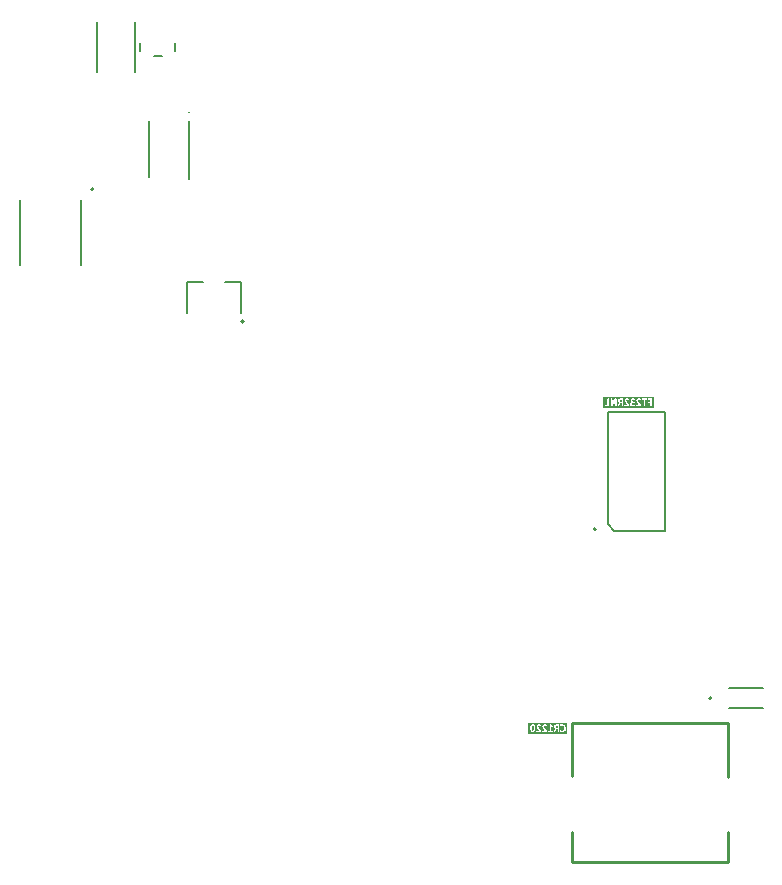
<source format=gbr>
%TF.GenerationSoftware,Altium Limited,Altium Designer,22.7.1 (60)*%
G04 Layer_Color=32896*
%FSLAX45Y45*%
%MOMM*%
%TF.SameCoordinates,C4916FE7-F214-4651-8B13-81D0A890374D*%
%TF.FilePolarity,Positive*%
%TF.FileFunction,Legend,Bot*%
%TF.Part,Single*%
G01*
G75*
%TA.AperFunction,NonConductor*%
%ADD74C,0.20000*%
%ADD75C,0.15000*%
%ADD76C,0.25400*%
%ADD77C,0.12700*%
G36*
X5520001Y3910000D02*
X5092739D01*
Y4004268D01*
X5520001D01*
Y3910000D01*
D02*
G37*
G36*
X4790000Y1150000D02*
X4459862D01*
Y1244268D01*
X4790000D01*
Y1150000D01*
D02*
G37*
%LPC*%
G36*
X5505001Y3988158D02*
Y3984495D01*
X5504890Y3984828D01*
Y3985383D01*
X5504557Y3986271D01*
X5504335Y3986826D01*
X5504002Y3987159D01*
X5503780Y3987270D01*
X5503225Y3987714D01*
X5502448Y3988047D01*
X5501338Y3988158D01*
X5471813D01*
X5471480Y3988047D01*
X5471258Y3987825D01*
X5471147D01*
X5471036Y3987603D01*
X5470925Y3987381D01*
X5470703Y3986937D01*
Y3986826D01*
X5470592Y3986493D01*
X5470481Y3986049D01*
X5470370Y3985383D01*
Y3985161D01*
X5470259Y3984717D01*
X5470148Y3983940D01*
Y3988158D01*
Y3925777D01*
X5505001D01*
X5499784D01*
X5500783Y3925888D01*
X5501782Y3925999D01*
X5502004D01*
X5502448Y3926110D01*
X5503114Y3926221D01*
X5503780Y3926332D01*
X5503891D01*
X5504113Y3926443D01*
X5504446Y3926665D01*
X5504779Y3926887D01*
Y3926998D01*
X5504890Y3927220D01*
X5505001Y3927886D01*
Y3988158D01*
D02*
G37*
G36*
X5344165Y3989268D02*
X5322631D01*
X5342611D01*
X5341501Y3989157D01*
X5340280Y3989046D01*
X5338948Y3988824D01*
X5336284Y3988158D01*
X5336173D01*
X5335729Y3987936D01*
X5335063Y3987714D01*
X5334175Y3987381D01*
X5332288Y3986493D01*
X5331289Y3985827D01*
X5330401Y3985161D01*
X5330290Y3985050D01*
X5329957Y3984828D01*
X5329513Y3984384D01*
X5329069Y3983829D01*
X5328403Y3983052D01*
X5327848Y3982164D01*
X5327293Y3981276D01*
X5326738Y3980166D01*
X5326627Y3980055D01*
X5326516Y3979611D01*
X5326294Y3979056D01*
X5326072Y3978279D01*
X5325850Y3977280D01*
X5325739Y3976281D01*
X5325517Y3975060D01*
Y3973728D01*
Y3973617D01*
Y3973284D01*
Y3972729D01*
X5325628Y3971952D01*
X5325739Y3971175D01*
X5325850Y3970287D01*
X5326294Y3968400D01*
Y3968289D01*
X5326405Y3967956D01*
X5326627Y3967512D01*
X5326849Y3966957D01*
X5327515Y3965514D01*
X5328403Y3963960D01*
X5328514Y3963849D01*
X5328625Y3963627D01*
X5328958Y3963294D01*
X5329402Y3962850D01*
X5330512Y3961851D01*
X5331955Y3960741D01*
X5332066D01*
X5332288Y3960519D01*
X5332732Y3960297D01*
X5333287Y3959964D01*
X5333953Y3959631D01*
X5334841Y3959298D01*
X5336728Y3958743D01*
Y3958632D01*
X5336617D01*
X5336173Y3958521D01*
X5335507Y3958410D01*
X5334730Y3958299D01*
X5333842Y3958077D01*
X5332843Y3957744D01*
X5330845Y3956967D01*
X5330734D01*
X5330401Y3956745D01*
X5329957Y3956523D01*
X5329291Y3956079D01*
X5327848Y3955080D01*
X5326405Y3953749D01*
X5326294Y3953638D01*
X5326072Y3953416D01*
X5325739Y3952972D01*
X5325406Y3952528D01*
X5324962Y3951862D01*
X5324518Y3951085D01*
X5323630Y3949420D01*
Y3949309D01*
X5323519Y3948976D01*
X5323297Y3948532D01*
X5323075Y3947866D01*
X5322964Y3947089D01*
X5322742Y3946201D01*
X5322631Y3944203D01*
Y3944980D01*
Y3944203D01*
Y3925000D01*
Y3943426D01*
X5322742Y3942538D01*
X5322853Y3941428D01*
X5323075Y3940207D01*
X5323408Y3938764D01*
X5323852Y3937321D01*
X5324407Y3935989D01*
X5324518Y3935878D01*
X5324740Y3935434D01*
X5325184Y3934768D01*
X5325739Y3933880D01*
X5326405Y3932992D01*
X5327293Y3931882D01*
X5328292Y3930883D01*
X5329402Y3929884D01*
X5329513Y3929773D01*
X5329957Y3929440D01*
X5330623Y3928996D01*
X5331511Y3928552D01*
X5332732Y3927886D01*
X5333953Y3927331D01*
X5335507Y3926776D01*
X5337061Y3926221D01*
X5337283D01*
X5337838Y3925999D01*
X5338726Y3925888D01*
X5339836Y3925666D01*
X5341279Y3925444D01*
X5342944Y3925222D01*
X5344720Y3925111D01*
X5346607Y3925000D01*
X5322631D01*
X5347717D01*
X5348605Y3925111D01*
X5349493D01*
X5350492Y3925222D01*
X5352601Y3925555D01*
X5352712D01*
X5353045Y3925666D01*
X5353600Y3925777D01*
X5354266Y3925888D01*
X5355820Y3926221D01*
X5357485Y3926554D01*
X5357596D01*
X5357818Y3926665D01*
X5358262Y3926776D01*
X5358706Y3926998D01*
X5359816Y3927442D01*
X5361037Y3927997D01*
X5361259Y3928108D01*
X5361703Y3928441D01*
X5362369Y3928774D01*
X5362813Y3929107D01*
X5362924Y3929218D01*
X5363035Y3929329D01*
X5363479Y3929884D01*
Y3929995D01*
X5363590Y3930217D01*
X5363701Y3930661D01*
X5363923Y3931105D01*
Y3931216D01*
X5364034Y3931549D01*
Y3931993D01*
X5364145Y3932659D01*
Y3925888D01*
Y3936433D01*
X5364034Y3937432D01*
X5363923Y3937876D01*
X5363812Y3938320D01*
X5363701Y3938431D01*
X5363590Y3938764D01*
X5363146Y3939097D01*
X5362702Y3939208D01*
X5362591D01*
X5362258Y3939097D01*
X5361814Y3938986D01*
X5361037Y3938542D01*
X5360926D01*
X5360815Y3938431D01*
X5360149Y3938098D01*
X5359261Y3937654D01*
X5358040Y3937099D01*
X5357929D01*
X5357707Y3936988D01*
X5357263Y3936877D01*
X5356819Y3936655D01*
X5356153Y3936433D01*
X5355376Y3936211D01*
X5353711Y3935656D01*
X5353600D01*
X5353267Y3935545D01*
X5352823Y3935434D01*
X5352046D01*
X5351269Y3935323D01*
X5350381Y3935212D01*
X5348161Y3935101D01*
X5347162D01*
X5346607Y3935212D01*
X5345053Y3935323D01*
X5343499Y3935656D01*
X5343388D01*
X5343166Y3935767D01*
X5342833Y3935878D01*
X5342278Y3936100D01*
X5341168Y3936655D01*
X5340058Y3937432D01*
X5339947D01*
X5339836Y3937654D01*
X5339281Y3938209D01*
X5338504Y3938986D01*
X5337949Y3940096D01*
Y3940207D01*
X5337838Y3940429D01*
X5337727Y3940762D01*
X5337505Y3941206D01*
X5337283Y3942316D01*
X5337172Y3943759D01*
Y3943870D01*
Y3944092D01*
Y3944536D01*
X5337283Y3944980D01*
X5337505Y3946201D01*
X5338060Y3947533D01*
Y3947644D01*
X5338171Y3947866D01*
X5338393Y3948199D01*
X5338726Y3948532D01*
X5339503Y3949531D01*
X5340613Y3950530D01*
X5340724Y3950641D01*
X5340946Y3950752D01*
X5341279Y3950974D01*
X5341723Y3951196D01*
X5342389Y3951529D01*
X5343055Y3951862D01*
X5344831Y3952417D01*
X5344942D01*
X5345275Y3952528D01*
X5345830Y3952639D01*
X5346496Y3952861D01*
X5347384Y3952972D01*
X5348383Y3953083D01*
X5349493Y3953194D01*
X5356486D01*
X5357152Y3953305D01*
X5357263D01*
X5357374Y3953527D01*
X5357929Y3953971D01*
Y3954081D01*
X5358040Y3954414D01*
X5358151Y3954858D01*
X5358262Y3955413D01*
Y3955635D01*
Y3956079D01*
X5358373Y3956856D01*
Y3957855D01*
Y3957966D01*
Y3958077D01*
Y3958632D01*
Y3959409D01*
X5358262Y3960075D01*
Y3960186D01*
X5358151Y3960630D01*
X5358040Y3960963D01*
X5357929Y3961407D01*
Y3961518D01*
X5357707Y3961740D01*
X5357596Y3961962D01*
X5357263Y3962184D01*
X5357152D01*
X5356930Y3962295D01*
X5356264Y3962406D01*
X5349826D01*
X5349160Y3962517D01*
X5347606Y3962628D01*
X5345941Y3962961D01*
X5345830D01*
X5345608Y3963072D01*
X5345164Y3963294D01*
X5344720Y3963405D01*
X5343499Y3964071D01*
X5342389Y3964848D01*
X5342278Y3964959D01*
X5342167Y3965070D01*
X5341501Y3965625D01*
X5340724Y3966624D01*
X5340058Y3967734D01*
Y3967845D01*
X5339947Y3968067D01*
X5339836Y3968400D01*
X5339614Y3968844D01*
X5339392Y3970065D01*
X5339281Y3971508D01*
Y3971619D01*
Y3971841D01*
X5339392Y3972507D01*
X5339503Y3973506D01*
X5339836Y3974505D01*
Y3974616D01*
X5339947Y3974727D01*
X5340280Y3975393D01*
X5340724Y3976170D01*
X5341390Y3976947D01*
X5341612Y3977169D01*
X5342056Y3977613D01*
X5342944Y3978168D01*
X5344054Y3978612D01*
X5344165D01*
X5344387Y3978723D01*
X5344720Y3978834D01*
X5345164Y3978945D01*
X5346385Y3979167D01*
X5347828Y3979278D01*
X5348716D01*
X5349382Y3979167D01*
X5350936Y3978945D01*
X5352601Y3978501D01*
X5352712D01*
X5352934Y3978390D01*
X5353378Y3978168D01*
X5353822Y3978057D01*
X5355154Y3977502D01*
X5356486Y3976836D01*
X5356597D01*
X5356819Y3976725D01*
X5357152Y3976503D01*
X5357485Y3976281D01*
X5358484Y3975726D01*
X5359483Y3975171D01*
X5359705Y3975060D01*
X5360149Y3974838D01*
X5360704Y3974616D01*
X5361259Y3974505D01*
X5361481D01*
X5361925Y3974616D01*
X5362036Y3974838D01*
X5362369Y3975282D01*
Y3975393D01*
X5362480Y3975615D01*
X5362591Y3976059D01*
X5362702Y3976614D01*
Y3976836D01*
Y3977280D01*
Y3978057D01*
Y3979056D01*
Y3979167D01*
Y3979278D01*
Y3979722D01*
Y3980388D01*
Y3981054D01*
Y3981165D01*
Y3981498D01*
Y3981942D01*
X5362591Y3982275D01*
Y3982386D01*
X5362480Y3982608D01*
X5362147Y3983163D01*
Y3983274D01*
X5361925Y3983496D01*
X5361481Y3984051D01*
X5361370Y3984162D01*
X5361037Y3984495D01*
X5360482Y3984939D01*
X5359594Y3985494D01*
X5359483D01*
X5359261Y3985605D01*
X5358928Y3985827D01*
X5358484Y3986049D01*
X5357374Y3986604D01*
X5355820Y3987159D01*
X5355709D01*
X5355376Y3987270D01*
X5354932Y3987492D01*
X5354266Y3987714D01*
X5353489Y3987936D01*
X5352601Y3988158D01*
X5350603Y3988602D01*
X5350492D01*
X5350048Y3988713D01*
X5349493Y3988824D01*
X5348716Y3988935D01*
X5347717Y3989046D01*
X5346607Y3989157D01*
X5344165Y3989268D01*
D02*
G37*
G36*
X5413872D02*
X5393226D01*
X5392227Y3989157D01*
X5391117D01*
X5389785Y3988935D01*
X5388342Y3988713D01*
X5386899Y3988380D01*
X5385567Y3987936D01*
X5385456D01*
X5384901Y3987714D01*
X5384235Y3987381D01*
X5383458Y3987048D01*
X5381460Y3985938D01*
X5380461Y3985272D01*
X5379573Y3984495D01*
X5379462Y3984384D01*
X5379129Y3984162D01*
X5378685Y3983718D01*
X5378241Y3983052D01*
X5377575Y3982275D01*
X5377020Y3981498D01*
X5376465Y3980499D01*
X5375911Y3979389D01*
X5375800Y3979278D01*
X5375689Y3978834D01*
X5375467Y3978279D01*
X5375245Y3977502D01*
X5375023Y3976503D01*
X5374912Y3975393D01*
X5374690Y3974172D01*
Y3972951D01*
Y3972840D01*
Y3972396D01*
Y3971841D01*
X5374801Y3971064D01*
Y3970176D01*
X5374912Y3969177D01*
X5375356Y3966957D01*
Y3966846D01*
X5375467Y3966402D01*
X5375578Y3965847D01*
X5375911Y3965070D01*
X5376244Y3964182D01*
X5376576Y3963072D01*
X5377131Y3961851D01*
X5377797Y3960630D01*
X5377908Y3960519D01*
X5378130Y3960075D01*
X5378574Y3959409D01*
X5379129Y3958410D01*
X5379795Y3957300D01*
X5380683Y3956079D01*
X5381682Y3954747D01*
X5382903Y3953194D01*
X5383014Y3952972D01*
X5383458Y3952528D01*
X5384235Y3951640D01*
X5385234Y3950530D01*
X5386455Y3949087D01*
X5388009Y3947533D01*
X5389785Y3945646D01*
X5391672Y3943759D01*
X5398887Y3936322D01*
X5374135D01*
X5373913Y3936211D01*
X5373580Y3935989D01*
X5373469Y3935878D01*
X5373358Y3935767D01*
X5372914Y3935101D01*
X5372803Y3934990D01*
X5372692Y3934657D01*
X5372581Y3934213D01*
X5372470Y3933547D01*
Y3933325D01*
X5372359Y3932881D01*
X5372248Y3932104D01*
Y3926110D01*
Y3930328D01*
X5372359Y3929551D01*
X5372470Y3928774D01*
Y3928663D01*
X5372581Y3928219D01*
X5372692Y3927664D01*
X5372803Y3927109D01*
Y3926998D01*
X5372914Y3926776D01*
X5373136Y3926554D01*
X5373469Y3926332D01*
X5373691Y3926221D01*
X5374246Y3926110D01*
X5372248D01*
X5411208D01*
X5411763Y3926221D01*
X5411874D01*
X5412207Y3926443D01*
X5412651Y3926665D01*
X5413095Y3926998D01*
X5413206Y3927109D01*
X5413317Y3927442D01*
X5413539Y3927886D01*
X5413761Y3928552D01*
Y3928774D01*
Y3929329D01*
X5413872Y3930217D01*
Y3926554D01*
Y3933103D01*
X5413761Y3933991D01*
Y3934102D01*
Y3934213D01*
X5413650Y3934768D01*
X5413539Y3935434D01*
X5413317Y3936100D01*
X5413206Y3936211D01*
X5412984Y3936655D01*
X5412651Y3937210D01*
X5412318Y3937765D01*
X5412207Y3937876D01*
X5411874Y3938320D01*
X5411319Y3938986D01*
X5410653Y3939652D01*
X5399886Y3951196D01*
X5399775Y3951307D01*
X5399331Y3951751D01*
X5398776Y3952417D01*
X5397999Y3953194D01*
X5397222Y3954192D01*
X5396334Y3955191D01*
X5395557Y3956190D01*
X5394780Y3957300D01*
X5394669Y3957411D01*
X5394447Y3957744D01*
X5394114Y3958299D01*
X5393670Y3958965D01*
X5392671Y3960630D01*
X5391672Y3962295D01*
Y3962406D01*
X5391450Y3962739D01*
X5391339Y3963183D01*
X5391006Y3963738D01*
X5390562Y3965070D01*
X5390118Y3966513D01*
Y3966624D01*
X5390007Y3966846D01*
Y3967179D01*
X5389896Y3967734D01*
X5389785Y3968844D01*
X5389674Y3970176D01*
Y3970287D01*
Y3970398D01*
X5389785Y3971175D01*
X5389896Y3972063D01*
X5390229Y3973173D01*
Y3973284D01*
X5390340Y3973395D01*
X5390673Y3974061D01*
X5391117Y3974838D01*
X5391783Y3975615D01*
X5391894Y3975837D01*
X5392449Y3976281D01*
X5393226Y3976836D01*
X5394225Y3977280D01*
X5394336D01*
X5394447Y3977391D01*
X5394780Y3977502D01*
X5395224Y3977613D01*
X5396334Y3977835D01*
X5397777Y3977946D01*
X5398776D01*
X5399442Y3977835D01*
X5400996Y3977613D01*
X5402772Y3977169D01*
X5402883D01*
X5403105Y3977058D01*
X5403549Y3976947D01*
X5404104Y3976725D01*
X5405325Y3976281D01*
X5406657Y3975615D01*
X5406768D01*
X5406879Y3975504D01*
X5407656Y3975060D01*
X5408544Y3974505D01*
X5409432Y3973950D01*
X5409654Y3973839D01*
X5410098Y3973617D01*
X5410653Y3973395D01*
X5411097Y3973284D01*
X5411319D01*
X5411874Y3973506D01*
Y3973617D01*
X5412096Y3973728D01*
X5412207Y3974061D01*
X5412429Y3974505D01*
Y3974616D01*
X5412540Y3974949D01*
Y3975504D01*
X5412651Y3976281D01*
Y3976503D01*
Y3977058D01*
X5412762Y3977946D01*
Y3979056D01*
Y3979278D01*
Y3979722D01*
Y3980277D01*
Y3980832D01*
Y3980943D01*
X5412651Y3981276D01*
X5412540Y3982164D01*
Y3982275D01*
X5412429Y3982497D01*
X5412207Y3983052D01*
X5412096Y3983163D01*
X5411985Y3983385D01*
X5411319Y3984051D01*
X5411208Y3984162D01*
X5410764Y3984495D01*
X5410098Y3984939D01*
X5409099Y3985494D01*
X5408988D01*
X5408766Y3985605D01*
X5408433Y3985827D01*
X5407989Y3986049D01*
X5406657Y3986604D01*
X5405103Y3987159D01*
X5404992D01*
X5404659Y3987270D01*
X5404215Y3987492D01*
X5403549Y3987714D01*
X5402883Y3987936D01*
X5401995Y3988158D01*
X5399997Y3988602D01*
X5399886D01*
X5399442Y3988713D01*
X5398887Y3988824D01*
X5398110Y3988935D01*
X5397222Y3989046D01*
X5396223Y3989157D01*
X5394003Y3989268D01*
X5413872D01*
D02*
G37*
G36*
X5294327D02*
X5293550D01*
X5292551Y3989157D01*
X5291441D01*
X5290109Y3988935D01*
X5288666Y3988713D01*
X5287223Y3988380D01*
X5285891Y3987936D01*
X5285780D01*
X5285225Y3987714D01*
X5284559Y3987381D01*
X5283782Y3987048D01*
X5281784Y3985938D01*
X5280785Y3985272D01*
X5279897Y3984495D01*
X5279786Y3984384D01*
X5279453Y3984162D01*
X5279009Y3983718D01*
X5278565Y3983052D01*
X5277899Y3982275D01*
X5277344Y3981498D01*
X5276789Y3980499D01*
X5276234Y3979389D01*
X5276123Y3979278D01*
X5276012Y3978834D01*
X5275790Y3978279D01*
X5275568Y3977502D01*
X5275346Y3976503D01*
X5275235Y3975393D01*
X5275013Y3974172D01*
Y3972951D01*
Y3972840D01*
Y3972396D01*
Y3971841D01*
X5275124Y3971064D01*
Y3970176D01*
X5275235Y3969177D01*
X5275679Y3966957D01*
Y3966846D01*
X5275790Y3966402D01*
X5275901Y3965847D01*
X5276234Y3965070D01*
X5276567Y3964182D01*
X5276900Y3963072D01*
X5277455Y3961851D01*
X5278121Y3960630D01*
X5278232Y3960519D01*
X5278454Y3960075D01*
X5278898Y3959409D01*
X5279453Y3958410D01*
X5280119Y3957300D01*
X5281007Y3956079D01*
X5282006Y3954747D01*
X5283227Y3953194D01*
X5283338Y3952972D01*
X5283782Y3952528D01*
X5284559Y3951640D01*
X5285558Y3950530D01*
X5286779Y3949087D01*
X5288333Y3947533D01*
X5290109Y3945646D01*
X5291996Y3943759D01*
X5299211Y3936322D01*
X5274458D01*
X5274236Y3936211D01*
X5273903Y3935989D01*
X5273792Y3935878D01*
X5273681Y3935767D01*
X5273237Y3935101D01*
X5273126Y3934990D01*
X5273015Y3934657D01*
X5272904Y3934213D01*
X5272793Y3933547D01*
Y3933325D01*
X5272682Y3932881D01*
X5272571Y3932104D01*
Y3926110D01*
Y3930328D01*
X5272682Y3929551D01*
X5272793Y3928774D01*
Y3928663D01*
X5272904Y3928219D01*
X5273015Y3927664D01*
X5273126Y3927109D01*
Y3926998D01*
X5273237Y3926776D01*
X5273459Y3926554D01*
X5273792Y3926332D01*
X5274014Y3926221D01*
X5274569Y3926110D01*
X5272571D01*
X5314196D01*
Y3933103D01*
X5314085Y3933991D01*
Y3934102D01*
Y3934213D01*
X5313974Y3934768D01*
X5313863Y3935434D01*
X5313641Y3936100D01*
X5313530Y3936211D01*
X5313308Y3936655D01*
X5312975Y3937210D01*
X5312642Y3937765D01*
X5312531Y3937876D01*
X5312198Y3938320D01*
X5311643Y3938986D01*
X5310977Y3939652D01*
X5300210Y3951196D01*
X5300099Y3951307D01*
X5299655Y3951751D01*
X5299100Y3952417D01*
X5298323Y3953194D01*
X5297546Y3954192D01*
X5296658Y3955191D01*
X5295881Y3956190D01*
X5295104Y3957300D01*
X5294993Y3957411D01*
X5294771Y3957744D01*
X5294438Y3958299D01*
X5293994Y3958965D01*
X5292995Y3960630D01*
X5291996Y3962295D01*
Y3962406D01*
X5291774Y3962739D01*
X5291663Y3963183D01*
X5291330Y3963738D01*
X5290886Y3965070D01*
X5290442Y3966513D01*
Y3966624D01*
X5290331Y3966846D01*
Y3967179D01*
X5290220Y3967734D01*
X5290109Y3968844D01*
X5289998Y3970176D01*
Y3970287D01*
Y3970398D01*
X5290109Y3971175D01*
X5290220Y3972063D01*
X5290553Y3973173D01*
Y3973284D01*
X5290664Y3973395D01*
X5290997Y3974061D01*
X5291441Y3974838D01*
X5292107Y3975615D01*
X5292218Y3975837D01*
X5292773Y3976281D01*
X5293550Y3976836D01*
X5294549Y3977280D01*
X5294660D01*
X5294771Y3977391D01*
X5295104Y3977502D01*
X5295548Y3977613D01*
X5296658Y3977835D01*
X5298101Y3977946D01*
X5299100D01*
X5299766Y3977835D01*
X5301320Y3977613D01*
X5303096Y3977169D01*
X5303207D01*
X5303429Y3977058D01*
X5303873Y3976947D01*
X5304428Y3976725D01*
X5305649Y3976281D01*
X5306981Y3975615D01*
X5307092D01*
X5307203Y3975504D01*
X5307980Y3975060D01*
X5308868Y3974505D01*
X5309756Y3973950D01*
X5309978Y3973839D01*
X5310422Y3973617D01*
X5310977Y3973395D01*
X5311421Y3973284D01*
X5311643D01*
X5312198Y3973506D01*
Y3973617D01*
X5312420Y3973728D01*
X5312531Y3974061D01*
X5312753Y3974505D01*
Y3974616D01*
X5312864Y3974949D01*
Y3975504D01*
X5312975Y3976281D01*
Y3976503D01*
Y3977058D01*
X5313086Y3977946D01*
Y3979056D01*
Y3979278D01*
Y3979722D01*
Y3980277D01*
Y3980832D01*
Y3980943D01*
X5312975Y3981276D01*
X5312864Y3982164D01*
Y3982275D01*
X5312753Y3982497D01*
X5312531Y3983052D01*
X5312420Y3983163D01*
X5312309Y3983385D01*
X5311643Y3984051D01*
X5311532Y3984162D01*
X5311088Y3984495D01*
X5310422Y3984939D01*
X5309423Y3985494D01*
X5309312D01*
X5309090Y3985605D01*
X5308757Y3985827D01*
X5308313Y3986049D01*
X5306981Y3986604D01*
X5305427Y3987159D01*
X5305316D01*
X5304983Y3987270D01*
X5304539Y3987492D01*
X5303873Y3987714D01*
X5303207Y3987936D01*
X5302319Y3988158D01*
X5300321Y3988602D01*
X5300210D01*
X5299766Y3988713D01*
X5299211Y3988824D01*
X5298434Y3988935D01*
X5297546Y3989046D01*
X5296547Y3989157D01*
X5294327Y3989268D01*
D02*
G37*
G36*
X5258142Y3988158D02*
X5239272D01*
X5238051Y3988047D01*
X5237718D01*
X5237052Y3987936D01*
X5236164Y3987825D01*
X5235165Y3987714D01*
X5234943D01*
X5234499Y3987603D01*
X5233833Y3987492D01*
X5232945Y3987381D01*
X5231835Y3987048D01*
X5230725Y3986826D01*
X5228394Y3985938D01*
X5228283Y3985827D01*
X5227839Y3985716D01*
X5227284Y3985383D01*
X5226618Y3985050D01*
X5224953Y3983940D01*
X5223288Y3982497D01*
X5223177Y3982386D01*
X5222955Y3982164D01*
X5222511Y3981720D01*
X5222067Y3981165D01*
X5221623Y3980388D01*
X5221068Y3979611D01*
X5220069Y3977613D01*
Y3977502D01*
X5219847Y3977058D01*
X5219736Y3976503D01*
X5219514Y3975726D01*
X5219292Y3974727D01*
X5219181Y3973617D01*
X5218959Y3972396D01*
Y3971064D01*
Y3970953D01*
Y3970509D01*
Y3969954D01*
X5219070Y3969177D01*
X5219181Y3968289D01*
X5219292Y3967290D01*
X5219847Y3965292D01*
Y3965181D01*
X5219958Y3964848D01*
X5220180Y3964404D01*
X5220402Y3963738D01*
X5221179Y3962295D01*
X5222178Y3960741D01*
X5222289Y3960630D01*
X5222400Y3960408D01*
X5222733Y3960075D01*
X5223177Y3959520D01*
X5224398Y3958410D01*
X5225952Y3957189D01*
X5226063Y3957078D01*
X5226285Y3956967D01*
X5226840Y3956634D01*
X5227395Y3956412D01*
X5228172Y3955968D01*
X5229060Y3955635D01*
X5231058Y3954858D01*
X5230947D01*
X5230836Y3954747D01*
X5230170Y3954414D01*
X5229282Y3953860D01*
X5228394Y3953194D01*
X5228283D01*
X5228172Y3953083D01*
X5227617Y3952528D01*
X5226951Y3951862D01*
X5226174Y3950863D01*
Y3950752D01*
X5225952Y3950641D01*
X5225508Y3949975D01*
X5224842Y3948976D01*
X5224176Y3947755D01*
Y3947644D01*
X5223954Y3947422D01*
X5223843Y3947089D01*
X5223510Y3946645D01*
X5222955Y3945424D01*
X5222178Y3943870D01*
X5216961Y3931660D01*
Y3931549D01*
X5216850Y3931327D01*
X5216628Y3930661D01*
X5216295Y3929662D01*
X5216073Y3928885D01*
X5215962Y3928774D01*
X5215851Y3928441D01*
X5215740Y3927997D01*
Y3988158D01*
Y3925777D01*
X5261805D01*
X5256588D01*
X5257587Y3925888D01*
X5258586Y3925999D01*
X5258808D01*
X5259252Y3926110D01*
X5259918D01*
X5260584Y3926221D01*
X5260695D01*
X5260917Y3926332D01*
X5261250Y3926554D01*
X5261583Y3926776D01*
Y3926887D01*
X5261694Y3927109D01*
X5261805Y3927775D01*
Y3984495D01*
D01*
X5261694Y3984828D01*
Y3985383D01*
X5261361Y3986271D01*
X5261139Y3986826D01*
X5260806Y3987159D01*
X5260584Y3987270D01*
X5260029Y3987714D01*
X5259252Y3988047D01*
X5258142Y3988158D01*
D02*
G37*
G36*
X5136821Y3988491D02*
X5134490D01*
X5133491Y3988380D01*
X5132492Y3988269D01*
X5132270D01*
X5131826Y3988158D01*
X5131160Y3988047D01*
X5130605Y3987936D01*
X5130494D01*
X5130161Y3987825D01*
X5129828Y3987603D01*
X5129495Y3987270D01*
X5129384Y3987159D01*
X5129273Y3987048D01*
X5129162Y3986715D01*
Y3986382D01*
Y3936544D01*
X5109404D01*
X5109071Y3936433D01*
X5108849Y3936211D01*
X5108738D01*
X5108627Y3935989D01*
X5108516Y3935767D01*
X5108294Y3935323D01*
Y3935212D01*
X5108183Y3934879D01*
X5108072Y3934435D01*
X5107961Y3933769D01*
Y3933547D01*
X5107850Y3933103D01*
X5107739Y3932326D01*
Y3930439D01*
X5107850Y3929662D01*
X5107961Y3928885D01*
Y3928774D01*
X5108072Y3928330D01*
X5108183Y3927775D01*
X5108294Y3927220D01*
Y3927109D01*
X5108405Y3926887D01*
X5108849Y3926332D01*
X5108960D01*
X5109071Y3926221D01*
X5109737Y3926110D01*
X5107739D01*
D01*
X5141816D01*
Y3986826D01*
Y3986715D01*
X5141594Y3987270D01*
X5141483Y3987381D01*
X5141372Y3987492D01*
X5141039Y3987714D01*
X5140595Y3987936D01*
X5140484D01*
X5140040Y3988047D01*
X5139374Y3988158D01*
X5138597Y3988269D01*
X5138375D01*
X5137709Y3988380D01*
X5136821Y3988491D01*
D02*
G37*
G36*
X5466152Y3988158D02*
X5418645D01*
Y3925777D01*
Y3982053D01*
X5418756Y3981276D01*
X5418867Y3980499D01*
Y3980388D01*
X5418978Y3979944D01*
X5419089Y3979500D01*
X5419200Y3978945D01*
Y3978834D01*
X5419311Y3978612D01*
X5419755Y3978057D01*
X5419977Y3977946D01*
X5420532Y3977835D01*
X5436071D01*
Y3927775D01*
Y3927664D01*
Y3927442D01*
X5436182Y3927109D01*
X5436404Y3926776D01*
X5436515D01*
X5436626Y3926554D01*
X5436959Y3926443D01*
X5437514Y3926221D01*
X5437625D01*
X5437958Y3926110D01*
X5438624D01*
X5439401Y3925999D01*
X5439623D01*
X5440178Y3925888D01*
X5441177Y3925777D01*
X5443508D01*
X5444507Y3925888D01*
X5445506Y3925999D01*
X5445728D01*
X5446172Y3926110D01*
X5446838D01*
X5447504Y3926221D01*
X5447615D01*
X5447837Y3926332D01*
X5448170Y3926554D01*
X5448503Y3926776D01*
Y3926887D01*
X5448614Y3927109D01*
X5448725Y3927775D01*
Y3977835D01*
X5464598D01*
X5465153Y3978057D01*
Y3978168D01*
X5465375Y3978279D01*
X5465708Y3978945D01*
Y3979056D01*
X5465819Y3979389D01*
X5465930Y3979833D01*
X5466041Y3980499D01*
Y3980721D01*
Y3981165D01*
X5466152Y3981942D01*
Y3984606D01*
X5466041Y3985383D01*
Y3985605D01*
X5465930Y3985938D01*
X5465819Y3986493D01*
X5465708Y3986937D01*
Y3987048D01*
X5465597Y3987270D01*
X5465375Y3987603D01*
X5465153Y3987825D01*
X5465042Y3987936D01*
X5464931Y3988047D01*
X5464709Y3988158D01*
X5466152D01*
D02*
G37*
G36*
X5206528Y3988380D02*
X5159908D01*
X5159131Y3988269D01*
X5158243Y3988158D01*
X5158021D01*
X5157577Y3988047D01*
X5157022Y3987936D01*
X5156578Y3987714D01*
X5156467D01*
X5156245Y3987603D01*
X5155912Y3987381D01*
X5155690Y3987048D01*
X5155579D01*
X5155468Y3986826D01*
X5155357Y3986604D01*
Y3925777D01*
Y3929773D01*
X5155579Y3929107D01*
X5155801Y3928441D01*
X5155912Y3928330D01*
X5156023Y3927997D01*
X5156356Y3927553D01*
X5156800Y3926998D01*
X5156911Y3926887D01*
X5157244Y3926665D01*
X5157688Y3926443D01*
X5158354Y3926221D01*
X5158465D01*
X5158909Y3926110D01*
X5159464Y3925999D01*
X5166457D01*
X5167456Y3926110D01*
X5168455Y3926332D01*
X5168677Y3926443D01*
X5169232Y3926554D01*
X5169898Y3926998D01*
X5170675Y3927442D01*
X5170897Y3927664D01*
X5171341Y3928108D01*
X5171896Y3928885D01*
X5172673Y3929884D01*
Y3929995D01*
X5172784Y3930217D01*
X5173006Y3930550D01*
X5173228Y3930994D01*
X5173894Y3932215D01*
X5174782Y3933769D01*
X5190322Y3962850D01*
X5190433Y3962961D01*
X5190544Y3963294D01*
X5190766Y3963849D01*
X5191210Y3964515D01*
X5191543Y3965292D01*
X5192098Y3966291D01*
X5193097Y3968400D01*
X5193208Y3968511D01*
X5193319Y3968955D01*
X5193541Y3969510D01*
X5193874Y3970287D01*
X5194318Y3971175D01*
X5194651Y3972174D01*
X5195539Y3974283D01*
X5195650D01*
Y3974172D01*
Y3973728D01*
X5195539Y3972951D01*
Y3972063D01*
X5195428Y3971064D01*
Y3969843D01*
X5195317Y3967290D01*
Y3967179D01*
Y3966735D01*
Y3966069D01*
X5195206Y3965181D01*
Y3964071D01*
Y3962961D01*
Y3960297D01*
Y3927775D01*
Y3927664D01*
Y3927553D01*
X5195317Y3927220D01*
X5195539Y3926887D01*
X5195761Y3926665D01*
X5195983Y3926554D01*
X5196427Y3926332D01*
X5196538D01*
X5196871Y3926221D01*
X5197426Y3926110D01*
X5198203Y3925999D01*
X5198425D01*
X5198980Y3925888D01*
X5199868Y3925777D01*
X5155357D01*
X5206528D01*
X5201977D01*
X5202865Y3925888D01*
X5203753Y3925999D01*
X5203975D01*
X5204419Y3926110D01*
X5204974Y3926221D01*
X5205529Y3926332D01*
X5205640D01*
X5205862Y3926443D01*
X5206084Y3926665D01*
X5206306Y3926887D01*
Y3926998D01*
X5206417Y3927220D01*
X5206528Y3927775D01*
Y3983940D01*
X5206417Y3984384D01*
Y3984828D01*
X5205973Y3985938D01*
X5205751Y3986493D01*
X5205307Y3986937D01*
X5205196Y3987048D01*
X5205085Y3987159D01*
X5204419Y3987603D01*
X5203420Y3987936D01*
X5202754Y3988158D01*
X5194318D01*
X5193319Y3988047D01*
X5192320Y3987825D01*
X5192209D01*
X5192098Y3987714D01*
X5191543Y3987603D01*
X5190766Y3987270D01*
X5190100Y3986715D01*
X5189878Y3986604D01*
X5189434Y3986271D01*
X5188879Y3985605D01*
X5188213Y3984717D01*
X5188102Y3984495D01*
X5187658Y3983829D01*
X5187103Y3982941D01*
X5186437Y3981609D01*
X5174227Y3958965D01*
Y3958854D01*
X5174005Y3958632D01*
X5173894Y3958188D01*
X5173561Y3957633D01*
X5173006Y3956301D01*
X5172229Y3954858D01*
Y3954747D01*
X5172007Y3954525D01*
X5171785Y3954081D01*
X5171563Y3953638D01*
X5170897Y3952306D01*
X5170231Y3950863D01*
Y3950752D01*
X5170009Y3950530D01*
X5169898Y3950086D01*
X5169565Y3949642D01*
X5169010Y3948421D01*
X5168344Y3946978D01*
Y3946867D01*
X5168122Y3946645D01*
X5168011Y3946312D01*
X5167678Y3945757D01*
X5167123Y3944647D01*
X5166457Y3943204D01*
Y3943315D01*
Y3943759D01*
Y3944425D01*
X5166568Y3945313D01*
Y3946423D01*
Y3947533D01*
X5166679Y3950197D01*
Y3950419D01*
Y3950863D01*
Y3951529D01*
Y3952417D01*
Y3953527D01*
Y3954636D01*
Y3957078D01*
Y3986271D01*
Y3986382D01*
Y3986493D01*
X5166457Y3987048D01*
X5166346Y3987159D01*
X5166235Y3987270D01*
X5165902Y3987492D01*
X5165458Y3987714D01*
X5165347Y3987825D01*
X5165014Y3987936D01*
X5164459Y3988047D01*
X5163682Y3988158D01*
X5163460D01*
X5162905Y3988269D01*
X5162017Y3988380D01*
X5206528D01*
D02*
G37*
%LPD*%
G36*
X5470259Y3981276D02*
X5470370Y3980499D01*
Y3980388D01*
X5470481Y3979944D01*
X5470592Y3979389D01*
X5470703Y3978945D01*
Y3978834D01*
X5470814Y3978612D01*
X5471258Y3978057D01*
X5471480Y3977946D01*
X5472035Y3977835D01*
X5492347D01*
Y3961074D01*
X5473145D01*
X5472812Y3960963D01*
X5472590Y3960741D01*
X5472479D01*
X5472368Y3960519D01*
X5472257Y3960297D01*
X5472035Y3959964D01*
X5471924Y3959853D01*
X5471813Y3959520D01*
X5471702Y3959076D01*
X5471591Y3958410D01*
Y3958299D01*
X5471480Y3957744D01*
Y3957078D01*
Y3956079D01*
Y3955968D01*
Y3955857D01*
Y3955191D01*
Y3954414D01*
X5471591Y3953638D01*
Y3953527D01*
X5471702Y3953083D01*
X5471813Y3952528D01*
X5472035Y3951973D01*
Y3951862D01*
X5472146Y3951640D01*
X5472368Y3951418D01*
X5472590Y3951196D01*
X5472812Y3951085D01*
X5473367Y3950974D01*
X5492347D01*
Y3927775D01*
Y3927664D01*
Y3927553D01*
X5492458Y3927220D01*
X5492680Y3926887D01*
X5492791D01*
X5492902Y3926665D01*
X5493235Y3926554D01*
X5493790Y3926332D01*
X5493901D01*
X5494234Y3926221D01*
X5494900Y3926110D01*
X5495677Y3925999D01*
X5495899D01*
X5496454Y3925888D01*
X5497453Y3925777D01*
X5470148D01*
Y3982053D01*
X5470259Y3981276D01*
D02*
G37*
G36*
X5314196Y3926110D02*
X5311532D01*
X5312087Y3926221D01*
X5312198D01*
X5312531Y3926443D01*
X5312975Y3926665D01*
X5313419Y3926998D01*
X5313530Y3927109D01*
X5313641Y3927442D01*
X5313863Y3927886D01*
X5314085Y3928552D01*
Y3928774D01*
Y3929329D01*
X5314196Y3930217D01*
Y3926110D01*
D02*
G37*
G36*
X5249151Y3960852D02*
X5241825D01*
X5241270Y3960963D01*
X5239716Y3961074D01*
X5238162Y3961407D01*
X5238051D01*
X5237829Y3961518D01*
X5237496Y3961629D01*
X5236941Y3961851D01*
X5235942Y3962406D01*
X5234832Y3963183D01*
X5234721Y3963294D01*
X5234610Y3963405D01*
X5234055Y3963960D01*
X5233389Y3964959D01*
X5232834Y3966069D01*
Y3966180D01*
X5232723Y3966402D01*
X5232612Y3966735D01*
X5232390Y3967179D01*
X5232168Y3968289D01*
X5232057Y3969732D01*
Y3969843D01*
Y3970287D01*
X5232168Y3970842D01*
X5232279Y3971508D01*
X5232612Y3973284D01*
X5233056Y3974172D01*
X5233500Y3974949D01*
X5233611Y3975060D01*
X5233722Y3975282D01*
X5234055Y3975615D01*
X5234610Y3976170D01*
X5235165Y3976614D01*
X5235942Y3977058D01*
X5236941Y3977613D01*
X5238051Y3977946D01*
X5238162D01*
X5238606Y3978057D01*
X5239272Y3978168D01*
X5240160Y3978279D01*
X5240382D01*
X5241048Y3978390D01*
X5242158Y3978501D01*
X5249151D01*
Y3960852D01*
D02*
G37*
G36*
Y3927775D02*
Y3927664D01*
Y3927442D01*
X5249262Y3927109D01*
X5249484Y3926776D01*
X5249595D01*
X5249706Y3926554D01*
X5250039Y3926443D01*
X5250594Y3926221D01*
X5250705D01*
X5251038Y3926110D01*
X5251704D01*
X5252481Y3925999D01*
X5252703D01*
X5253369Y3925888D01*
X5254257Y3925777D01*
X5225064D01*
X5226063Y3925888D01*
X5226285D01*
X5226729Y3925999D01*
X5227284Y3926110D01*
X5227950Y3926221D01*
X5228061D01*
X5228283Y3926332D01*
X5228616Y3926554D01*
X5228949Y3926776D01*
Y3926887D01*
X5229060Y3927109D01*
X5229171Y3927442D01*
X5229282Y3927886D01*
X5234943Y3941650D01*
Y3941761D01*
X5235165Y3942094D01*
X5235276Y3942538D01*
X5235609Y3943093D01*
X5236164Y3944425D01*
X5236941Y3945757D01*
Y3945868D01*
X5237052Y3946090D01*
X5237274Y3946423D01*
X5237496Y3946867D01*
X5238162Y3947866D01*
X5239050Y3948865D01*
Y3948976D01*
X5239272Y3949087D01*
X5239827Y3949531D01*
X5240604Y3950197D01*
X5241714Y3950752D01*
X5241825D01*
X5241936Y3950863D01*
X5242269Y3950974D01*
X5242713Y3951085D01*
X5243823Y3951307D01*
X5245266Y3951418D01*
X5249151D01*
Y3927775D01*
D02*
G37*
G36*
X5215962Y3926776D02*
X5216184Y3926554D01*
X5216517Y3926443D01*
X5216961Y3926221D01*
X5217072D01*
X5217516Y3926110D01*
X5218182Y3925999D01*
X5219070Y3925888D01*
X5220069D01*
X5221179Y3925777D01*
X5215740D01*
Y3927331D01*
X5215962Y3926776D01*
D02*
G37*
G36*
X5141816Y3926110D02*
X5138375D01*
X5139041Y3926221D01*
X5139929Y3926443D01*
X5140817Y3926998D01*
X5140928Y3927220D01*
X5141261Y3927664D01*
X5141705Y3928663D01*
X5141816Y3929218D01*
Y3926110D01*
D02*
G37*
G36*
X5419977Y3988047D02*
X5419755Y3987825D01*
X5419644D01*
X5419533Y3987603D01*
X5419422Y3987381D01*
X5419200Y3986937D01*
Y3986826D01*
X5419089Y3986493D01*
X5418978Y3986049D01*
X5418867Y3985383D01*
Y3985161D01*
X5418756Y3984717D01*
X5418645Y3983940D01*
Y3988158D01*
X5420310D01*
X5419977Y3988047D01*
D02*
G37*
%LPC*%
G36*
X4664446Y1228602D02*
X4645798D01*
D01*
X4664446D01*
D02*
G37*
G36*
X4720056Y1228158D02*
Y1224495D01*
X4719945Y1224828D01*
Y1225383D01*
X4719612Y1226271D01*
X4719390Y1226826D01*
X4719057Y1227159D01*
X4718835Y1227270D01*
X4718280Y1227714D01*
X4717503Y1228047D01*
X4716393Y1228158D01*
X4720056D01*
X4673992D01*
Y1165777D01*
Y1167331D01*
X4674214Y1166776D01*
X4674436Y1166554D01*
X4674769Y1166443D01*
X4675213Y1166221D01*
X4675324D01*
X4675768Y1166110D01*
X4676434Y1165999D01*
X4677322Y1165888D01*
X4678321D01*
X4679431Y1165777D01*
X4673992D01*
X4707520D01*
X4683316D01*
X4684315Y1165888D01*
X4684537D01*
X4684981Y1165999D01*
X4685536Y1166110D01*
X4686202Y1166221D01*
X4686313D01*
X4686535Y1166332D01*
X4686868Y1166554D01*
X4687201Y1166776D01*
Y1166887D01*
X4687312Y1167109D01*
X4687423Y1167442D01*
X4687534Y1167886D01*
X4693195Y1181650D01*
Y1181761D01*
X4693417Y1182094D01*
X4693528Y1182538D01*
X4693861Y1183093D01*
X4694416Y1184425D01*
X4695193Y1185757D01*
Y1185868D01*
X4695304Y1186090D01*
X4695526Y1186423D01*
X4695748Y1186867D01*
X4696414Y1187866D01*
X4697302Y1188865D01*
Y1188976D01*
X4697523Y1189087D01*
X4698078Y1189531D01*
X4698855Y1190197D01*
X4699965Y1190751D01*
X4700076D01*
X4700187Y1190862D01*
X4700520Y1190973D01*
X4700964Y1191084D01*
X4702074Y1191306D01*
X4703517Y1191417D01*
X4707402D01*
Y1167775D01*
Y1167664D01*
Y1167442D01*
X4707513Y1167109D01*
X4707735Y1166776D01*
X4707846D01*
X4707957Y1166554D01*
X4708290Y1166443D01*
X4708845Y1166221D01*
X4708956D01*
X4709289Y1166110D01*
X4709955D01*
X4710732Y1165999D01*
X4710954D01*
X4711620Y1165888D01*
X4712508Y1165777D01*
X4714839D01*
X4715838Y1165888D01*
X4716837Y1165999D01*
X4717059D01*
X4717503Y1166110D01*
X4718169D01*
X4718835Y1166221D01*
X4718946D01*
X4719168Y1166332D01*
X4719501Y1166554D01*
X4719834Y1166776D01*
Y1166887D01*
X4719945Y1167109D01*
X4720056Y1167775D01*
Y1228158D01*
D02*
G37*
G36*
X4617494Y1229268D02*
X4575870D01*
D01*
X4596848D01*
X4595849Y1229157D01*
X4594739D01*
X4593407Y1228935D01*
X4591964Y1228713D01*
X4590521Y1228380D01*
X4589189Y1227936D01*
X4589078D01*
X4588523Y1227714D01*
X4587857Y1227381D01*
X4587080Y1227048D01*
X4585083Y1225938D01*
X4584084Y1225272D01*
X4583196Y1224495D01*
X4583085Y1224384D01*
X4582752Y1224162D01*
X4582308Y1223718D01*
X4581864Y1223052D01*
X4581198Y1222275D01*
X4580643Y1221498D01*
X4580088Y1220499D01*
X4579533Y1219389D01*
X4579422Y1219278D01*
X4579311Y1218834D01*
X4579089Y1218279D01*
X4578867Y1217502D01*
X4578645Y1216503D01*
X4578534Y1215393D01*
X4578312Y1214172D01*
Y1212951D01*
Y1212840D01*
Y1212396D01*
Y1211841D01*
X4578423Y1211064D01*
Y1210176D01*
X4578534Y1209177D01*
X4578978Y1206957D01*
Y1206846D01*
X4579089Y1206402D01*
X4579200Y1205847D01*
X4579533Y1205070D01*
X4579866Y1204182D01*
X4580199Y1203072D01*
X4580754Y1201851D01*
X4581420Y1200630D01*
X4581531Y1200519D01*
X4581753Y1200075D01*
X4582197Y1199409D01*
X4582752Y1198410D01*
X4583418Y1197300D01*
X4584306Y1196079D01*
X4585305Y1194747D01*
X4586525Y1193193D01*
X4586636Y1192971D01*
X4587080Y1192527D01*
X4587857Y1191639D01*
X4588856Y1190529D01*
X4590077Y1189087D01*
X4591631Y1187533D01*
X4593407Y1185646D01*
X4595294Y1183759D01*
X4602509Y1176322D01*
X4577757D01*
X4577535Y1176211D01*
X4577202Y1175989D01*
X4577091Y1175878D01*
X4576980Y1175767D01*
X4576536Y1175101D01*
X4576425Y1174990D01*
X4576314Y1174657D01*
X4576203Y1174213D01*
X4576092Y1173547D01*
Y1173325D01*
X4575981Y1172881D01*
X4575870Y1172104D01*
Y1166110D01*
Y1170328D01*
X4575981Y1169551D01*
X4576092Y1168774D01*
Y1168663D01*
X4576203Y1168219D01*
X4576314Y1167664D01*
X4576425Y1167109D01*
Y1166998D01*
X4576536Y1166776D01*
X4576758Y1166554D01*
X4577091Y1166332D01*
X4577313Y1166221D01*
X4577868Y1166110D01*
X4614830D01*
X4615385Y1166221D01*
X4615496D01*
X4615829Y1166443D01*
X4616273Y1166665D01*
X4616717Y1166998D01*
X4616828Y1167109D01*
X4616939Y1167442D01*
X4617161Y1167886D01*
X4617383Y1168552D01*
Y1168774D01*
Y1169329D01*
X4617494Y1170217D01*
Y1173103D01*
X4617383Y1173991D01*
Y1174102D01*
Y1174213D01*
X4617272Y1174768D01*
X4617161Y1175434D01*
X4616939Y1176100D01*
X4616828Y1176211D01*
X4616606Y1176655D01*
X4616273Y1177210D01*
X4615940Y1177765D01*
X4615829Y1177876D01*
X4615496Y1178320D01*
X4614941Y1178986D01*
X4614275Y1179652D01*
X4603508Y1191195D01*
X4603397Y1191306D01*
X4602953Y1191750D01*
X4602398Y1192416D01*
X4601621Y1193193D01*
X4600844Y1194192D01*
X4599956Y1195191D01*
X4599179Y1196190D01*
X4598402Y1197300D01*
X4598291Y1197411D01*
X4598069Y1197744D01*
X4597736Y1198299D01*
X4597292Y1198965D01*
X4596293Y1200630D01*
X4595294Y1202295D01*
Y1202406D01*
X4595072Y1202739D01*
X4594961Y1203183D01*
X4594628Y1203738D01*
X4594184Y1205070D01*
X4593740Y1206513D01*
Y1206624D01*
X4593629Y1206846D01*
Y1207179D01*
X4593518Y1207734D01*
X4593407Y1208844D01*
X4593296Y1210176D01*
Y1210287D01*
Y1210398D01*
X4593407Y1211175D01*
X4593518Y1212063D01*
X4593851Y1213173D01*
Y1213284D01*
X4593962Y1213395D01*
X4594295Y1214061D01*
X4594739Y1214838D01*
X4595405Y1215615D01*
X4595516Y1215837D01*
X4596071Y1216281D01*
X4596848Y1216836D01*
X4597847Y1217280D01*
X4597958D01*
X4598069Y1217391D01*
X4598402Y1217502D01*
X4598846Y1217613D01*
X4599956Y1217835D01*
X4601399Y1217946D01*
X4602398D01*
X4603064Y1217835D01*
X4604618Y1217613D01*
X4606394Y1217169D01*
X4606505D01*
X4606727Y1217058D01*
X4607171Y1216947D01*
X4607726Y1216725D01*
X4608947Y1216281D01*
X4610279Y1215615D01*
X4610390D01*
X4610501Y1215504D01*
X4611278Y1215060D01*
X4612166Y1214505D01*
X4613054Y1213950D01*
X4613276Y1213839D01*
X4613720Y1213617D01*
X4614275Y1213395D01*
X4614719Y1213284D01*
X4614941D01*
X4615496Y1213506D01*
Y1213617D01*
X4615718Y1213728D01*
X4615829Y1214061D01*
X4616051Y1214505D01*
Y1214616D01*
X4616162Y1214949D01*
Y1215504D01*
X4616273Y1216281D01*
Y1216503D01*
Y1217058D01*
X4616384Y1217946D01*
Y1219056D01*
Y1219278D01*
Y1219722D01*
Y1220277D01*
Y1220832D01*
Y1220943D01*
X4616273Y1221276D01*
X4616162Y1222164D01*
Y1222275D01*
X4616051Y1222497D01*
X4615829Y1223052D01*
X4615718Y1223163D01*
X4615607Y1223385D01*
X4614941Y1224051D01*
X4614830Y1224162D01*
X4614386Y1224495D01*
X4613720Y1224939D01*
X4612721Y1225494D01*
X4612610D01*
X4612388Y1225605D01*
X4612055Y1225827D01*
X4611611Y1226049D01*
X4610279Y1226604D01*
X4608725Y1227159D01*
X4608614D01*
X4608281Y1227270D01*
X4607837Y1227492D01*
X4607171Y1227714D01*
X4606505Y1227936D01*
X4605617Y1228158D01*
X4603619Y1228602D01*
X4603508D01*
X4603064Y1228713D01*
X4602509Y1228824D01*
X4601732Y1228935D01*
X4600844Y1229046D01*
X4599845Y1229157D01*
X4597625Y1229268D01*
X4617494D01*
D01*
D02*
G37*
G36*
X4547787D02*
X4547010D01*
X4546011Y1229157D01*
X4544901D01*
X4543569Y1228935D01*
X4542126Y1228713D01*
X4540683Y1228380D01*
X4539351Y1227936D01*
X4539240D01*
X4538685Y1227714D01*
X4538019Y1227381D01*
X4537242Y1227048D01*
X4535244Y1225938D01*
X4534245Y1225272D01*
X4533357Y1224495D01*
X4533246Y1224384D01*
X4532913Y1224162D01*
X4532469Y1223718D01*
X4532025Y1223052D01*
X4531359Y1222275D01*
X4530805Y1221498D01*
X4530250Y1220499D01*
X4529695Y1219389D01*
X4529584Y1219278D01*
X4529473Y1218834D01*
X4529251Y1218279D01*
X4529029Y1217502D01*
X4528807Y1216503D01*
X4528696Y1215393D01*
X4528474Y1214172D01*
Y1212951D01*
Y1212840D01*
Y1212396D01*
Y1211841D01*
X4528585Y1211064D01*
Y1210176D01*
X4528696Y1209177D01*
X4529140Y1206957D01*
Y1206846D01*
X4529251Y1206402D01*
X4529362Y1205847D01*
X4529695Y1205070D01*
X4530028Y1204182D01*
X4530361Y1203072D01*
X4530915Y1201851D01*
X4531581Y1200630D01*
X4531692Y1200519D01*
X4531914Y1200075D01*
X4532358Y1199409D01*
X4532913Y1198410D01*
X4533579Y1197300D01*
X4534467Y1196079D01*
X4535466Y1194747D01*
X4536687Y1193193D01*
X4536798Y1192971D01*
X4537242Y1192527D01*
X4538019Y1191639D01*
X4539018Y1190529D01*
X4540239Y1189087D01*
X4541793Y1187533D01*
X4543569Y1185646D01*
X4545456Y1183759D01*
X4552671Y1176322D01*
X4527919D01*
X4527697Y1176211D01*
X4527364Y1175989D01*
X4527253Y1175878D01*
X4527142Y1175767D01*
X4526698Y1175101D01*
X4526587Y1174990D01*
X4526476Y1174657D01*
X4526365Y1174213D01*
X4526254Y1173547D01*
Y1173325D01*
X4526143Y1172881D01*
X4526032Y1172104D01*
Y1166110D01*
Y1170328D01*
X4526143Y1169551D01*
X4526254Y1168774D01*
Y1168663D01*
X4526365Y1168219D01*
X4526476Y1167664D01*
X4526587Y1167109D01*
Y1166998D01*
X4526698Y1166776D01*
X4526920Y1166554D01*
X4527253Y1166332D01*
X4527475Y1166221D01*
X4528030Y1166110D01*
X4526032D01*
X4567656D01*
Y1173103D01*
X4567545Y1173991D01*
Y1174102D01*
Y1174213D01*
X4567434Y1174768D01*
X4567323Y1175434D01*
X4567101Y1176100D01*
X4566990Y1176211D01*
X4566768Y1176655D01*
X4566435Y1177210D01*
X4566102Y1177765D01*
X4565991Y1177876D01*
X4565658Y1178320D01*
X4565103Y1178986D01*
X4564437Y1179652D01*
X4553670Y1191195D01*
X4553559Y1191306D01*
X4553115Y1191750D01*
X4552560Y1192416D01*
X4551783Y1193193D01*
X4551006Y1194192D01*
X4550118Y1195191D01*
X4549341Y1196190D01*
X4548564Y1197300D01*
X4548453Y1197411D01*
X4548231Y1197744D01*
X4547898Y1198299D01*
X4547454Y1198965D01*
X4546455Y1200630D01*
X4545456Y1202295D01*
Y1202406D01*
X4545234Y1202739D01*
X4545123Y1203183D01*
X4544790Y1203738D01*
X4544346Y1205070D01*
X4543902Y1206513D01*
Y1206624D01*
X4543791Y1206846D01*
Y1207179D01*
X4543680Y1207734D01*
X4543569Y1208844D01*
X4543458Y1210176D01*
Y1210287D01*
Y1210398D01*
X4543569Y1211175D01*
X4543680Y1212063D01*
X4544013Y1213173D01*
Y1213284D01*
X4544124Y1213395D01*
X4544457Y1214061D01*
X4544901Y1214838D01*
X4545567Y1215615D01*
X4545678Y1215837D01*
X4546233Y1216281D01*
X4547010Y1216836D01*
X4548009Y1217280D01*
X4548120D01*
X4548231Y1217391D01*
X4548564Y1217502D01*
X4549008Y1217613D01*
X4550118Y1217835D01*
X4551561Y1217946D01*
X4552560D01*
X4553226Y1217835D01*
X4554780Y1217613D01*
X4556556Y1217169D01*
X4556667D01*
X4556889Y1217058D01*
X4557333Y1216947D01*
X4557888Y1216725D01*
X4559109Y1216281D01*
X4560441Y1215615D01*
X4560552D01*
X4560663Y1215504D01*
X4561440Y1215060D01*
X4562328Y1214505D01*
X4563216Y1213950D01*
X4563438Y1213839D01*
X4563882Y1213617D01*
X4564437Y1213395D01*
X4564881Y1213284D01*
X4565103D01*
X4565658Y1213506D01*
Y1213617D01*
X4565880Y1213728D01*
X4565991Y1214061D01*
X4566213Y1214505D01*
Y1214616D01*
X4566324Y1214949D01*
Y1215504D01*
X4566435Y1216281D01*
Y1216503D01*
Y1217058D01*
X4566546Y1217946D01*
Y1219056D01*
Y1219278D01*
Y1219722D01*
Y1220277D01*
Y1220832D01*
Y1220943D01*
X4566435Y1221276D01*
X4566324Y1222164D01*
Y1222275D01*
X4566213Y1222497D01*
X4565991Y1223052D01*
X4565880Y1223163D01*
X4565769Y1223385D01*
X4565103Y1224051D01*
X4564992Y1224162D01*
X4564548Y1224495D01*
X4563882Y1224939D01*
X4562883Y1225494D01*
X4562772D01*
X4562550Y1225605D01*
X4562217Y1225827D01*
X4561773Y1226049D01*
X4560441Y1226604D01*
X4558887Y1227159D01*
X4558776D01*
X4558443Y1227270D01*
X4557999Y1227492D01*
X4557333Y1227714D01*
X4556667Y1227936D01*
X4555779Y1228158D01*
X4553781Y1228602D01*
X4553670D01*
X4553226Y1228713D01*
X4552671Y1228824D01*
X4551894Y1228935D01*
X4551006Y1229046D01*
X4550007Y1229157D01*
X4547787Y1229268D01*
D02*
G37*
G36*
X4775000Y1229157D02*
X4744698D01*
X4743144Y1228935D01*
X4741368Y1228713D01*
X4741257D01*
X4740924Y1228602D01*
X4740480Y1228491D01*
X4739925Y1228380D01*
X4738482Y1228047D01*
X4736928Y1227492D01*
X4736817D01*
X4736595Y1227381D01*
X4736151Y1227270D01*
X4735707Y1227048D01*
X4734486Y1226493D01*
X4733154Y1225827D01*
X4733043D01*
X4732932Y1225716D01*
X4732266Y1225272D01*
X4731489Y1224828D01*
X4730934Y1224273D01*
X4730823Y1224162D01*
X4730601Y1223940D01*
X4730268Y1223607D01*
X4730046Y1223274D01*
X4729935Y1223163D01*
X4729824Y1222941D01*
X4729713Y1222608D01*
X4729602Y1222164D01*
Y1222053D01*
X4729491Y1221720D01*
Y1221165D01*
X4729380Y1220499D01*
Y1220388D01*
X4729269Y1219944D01*
Y1219167D01*
Y1218279D01*
Y1218168D01*
Y1218057D01*
Y1217391D01*
Y1216614D01*
X4729380Y1215837D01*
Y1215726D01*
X4729491Y1215282D01*
X4729602Y1214727D01*
X4729824Y1214172D01*
Y1214061D01*
X4729935Y1213839D01*
X4730379Y1213284D01*
X4730601Y1213173D01*
X4731045Y1213062D01*
X4731156D01*
X4731600Y1213173D01*
X4732155Y1213395D01*
X4732932Y1213839D01*
X4733154Y1213950D01*
X4733709Y1214394D01*
X4734597Y1215060D01*
X4735818Y1215726D01*
X4735929D01*
X4736151Y1215948D01*
X4736484Y1216059D01*
X4736928Y1216392D01*
X4737594Y1216614D01*
X4738260Y1216947D01*
X4739925Y1217613D01*
X4740036D01*
X4740369Y1217724D01*
X4740924Y1217946D01*
X4741590Y1218057D01*
X4742367Y1218279D01*
X4743366Y1218390D01*
X4744476Y1218501D01*
X4746363D01*
X4747029Y1218390D01*
X4747917Y1218279D01*
X4748916Y1218168D01*
X4750026Y1217835D01*
X4751247Y1217502D01*
X4752357Y1216947D01*
X4752468Y1216836D01*
X4752801Y1216614D01*
X4753355Y1216281D01*
X4754021Y1215837D01*
X4754798Y1215171D01*
X4755575Y1214505D01*
X4756463Y1213617D01*
X4757240Y1212618D01*
X4757351Y1212507D01*
X4757573Y1212174D01*
X4757906Y1211508D01*
X4758350Y1210731D01*
X4758905Y1209732D01*
X4759349Y1208622D01*
X4759904Y1207290D01*
X4760348Y1205847D01*
Y1205625D01*
X4760459Y1205181D01*
X4760681Y1204293D01*
X4760792Y1203183D01*
X4761014Y1201851D01*
X4761236Y1200408D01*
X4761347Y1198632D01*
Y1196856D01*
Y1196745D01*
Y1196634D01*
Y1195968D01*
X4761236Y1194969D01*
Y1193637D01*
X4761125Y1192194D01*
X4760903Y1190640D01*
X4760570Y1188976D01*
X4760237Y1187422D01*
Y1187200D01*
X4760015Y1186756D01*
X4759793Y1185979D01*
X4759460Y1185091D01*
X4759016Y1184092D01*
X4758461Y1182982D01*
X4757795Y1181872D01*
X4757129Y1180762D01*
X4757018Y1180651D01*
X4756796Y1180318D01*
X4756352Y1179874D01*
X4755686Y1179319D01*
X4754909Y1178764D01*
X4754132Y1178098D01*
X4753133Y1177543D01*
X4752024Y1176988D01*
X4751913D01*
X4751469Y1176766D01*
X4750914Y1176655D01*
X4750026Y1176433D01*
X4749027Y1176211D01*
X4747917Y1175989D01*
X4746696Y1175878D01*
X4745364Y1175767D01*
X4744143D01*
X4743366Y1175878D01*
X4742478Y1175989D01*
X4741479Y1176100D01*
X4739592Y1176544D01*
X4739481D01*
X4739148Y1176655D01*
X4738704Y1176877D01*
X4738149Y1177099D01*
X4736817Y1177543D01*
X4735374Y1178209D01*
X4735263D01*
X4735041Y1178431D01*
X4734375Y1178764D01*
X4733376Y1179430D01*
X4732488Y1179985D01*
X4732266Y1180096D01*
X4731822Y1180429D01*
X4731267Y1180651D01*
X4730712Y1180762D01*
X4730490D01*
X4730046Y1180540D01*
X4729935D01*
X4729824Y1180318D01*
X4729713Y1180096D01*
X4729491Y1179763D01*
Y1179652D01*
X4729380Y1179319D01*
X4729269Y1178875D01*
X4729158Y1178098D01*
Y1177876D01*
X4729047Y1177432D01*
Y1229157D01*
Y1165111D01*
Y1173991D01*
X4729158Y1173325D01*
Y1173214D01*
X4729269Y1172881D01*
Y1172437D01*
X4729380Y1171882D01*
Y1171771D01*
X4729491Y1171549D01*
X4729824Y1170883D01*
Y1170772D01*
X4730046Y1170661D01*
X4730268Y1170328D01*
X4730601Y1169995D01*
X4730712Y1169884D01*
X4731045Y1169662D01*
X4731600Y1169107D01*
X4732599Y1168552D01*
X4732710D01*
X4732821Y1168441D01*
X4733154Y1168219D01*
X4733598Y1167997D01*
X4734708Y1167442D01*
X4736262Y1166887D01*
X4736373D01*
X4736595Y1166776D01*
X4737150Y1166665D01*
X4737705Y1166443D01*
X4738482Y1166221D01*
X4739259Y1165999D01*
X4741257Y1165666D01*
X4741368D01*
X4741701Y1165555D01*
X4742256Y1165444D01*
X4743033D01*
X4743921Y1165333D01*
X4745031Y1165222D01*
X4747362Y1165111D01*
X4729047D01*
X4775000D01*
Y1166110D01*
Y1165111D01*
X4748472D01*
X4749582Y1165222D01*
X4751136Y1165333D01*
X4752911Y1165555D01*
X4754909Y1165888D01*
X4756907Y1166332D01*
X4758905Y1166998D01*
X4759127Y1167109D01*
X4759793Y1167331D01*
X4760681Y1167886D01*
X4761902Y1168441D01*
X4763234Y1169329D01*
X4764788Y1170328D01*
X4766231Y1171549D01*
X4767674Y1172881D01*
X4767785Y1173103D01*
X4768229Y1173547D01*
X4768895Y1174435D01*
X4769672Y1175545D01*
X4770560Y1176988D01*
X4771448Y1178653D01*
X4772336Y1180540D01*
X4773113Y1182649D01*
Y1182760D01*
X4773224Y1182871D01*
X4773335Y1183204D01*
X4773446Y1183648D01*
X4773557Y1184203D01*
X4773668Y1184869D01*
X4774001Y1186534D01*
X4774445Y1188532D01*
X4774667Y1190862D01*
X4774889Y1193526D01*
X4775000Y1196301D01*
Y1166110D01*
Y1196301D01*
Y1197633D01*
X4774889Y1198299D01*
Y1199076D01*
X4774778Y1200963D01*
X4774445Y1203183D01*
X4774112Y1205514D01*
X4773557Y1207956D01*
X4772891Y1210287D01*
Y1210398D01*
X4772780Y1210509D01*
X4772669Y1210842D01*
X4772447Y1211286D01*
X4772003Y1212396D01*
X4771337Y1213839D01*
X4770560Y1215504D01*
X4769561Y1217169D01*
X4768340Y1218945D01*
X4767008Y1220610D01*
X4766786Y1220832D01*
X4766342Y1221276D01*
X4765565Y1222053D01*
X4764455Y1222941D01*
X4763123Y1224051D01*
X4761569Y1225050D01*
X4759904Y1226049D01*
X4758017Y1226937D01*
X4757906D01*
X4757795Y1227048D01*
X4757462Y1227159D01*
X4757129Y1227270D01*
X4756019Y1227603D01*
X4754576Y1228047D01*
X4752801Y1228491D01*
X4750803Y1228824D01*
X4748583Y1229046D01*
X4746252Y1229157D01*
X4775000D01*
D02*
G37*
G36*
X4519261Y1229268D02*
X4495396D01*
X4494286Y1229157D01*
X4492843Y1229046D01*
X4491178Y1228713D01*
X4489402Y1228380D01*
X4487626Y1227825D01*
X4485961Y1227048D01*
X4485739Y1226937D01*
X4485295Y1226604D01*
X4484518Y1226160D01*
X4483519Y1225383D01*
X4482520Y1224495D01*
X4481410Y1223496D01*
X4480300Y1222164D01*
X4479301Y1220721D01*
X4479190Y1220499D01*
X4478857Y1219944D01*
X4478524Y1219167D01*
X4477969Y1217946D01*
X4477414Y1216503D01*
X4476859Y1214727D01*
X4476304Y1212840D01*
X4475860Y1210731D01*
Y1210620D01*
Y1210509D01*
X4475749Y1210176D01*
Y1209732D01*
X4475638Y1209177D01*
X4475527Y1208511D01*
X4475306Y1206846D01*
X4475195Y1204848D01*
X4474973Y1202628D01*
X4474862Y1200075D01*
Y1195413D01*
X4474973Y1194636D01*
Y1192860D01*
X4475195Y1190751D01*
X4475416Y1188532D01*
X4475638Y1186201D01*
X4476082Y1183870D01*
Y1183759D01*
Y1183648D01*
X4476193Y1183315D01*
X4476304Y1182871D01*
X4476637Y1181761D01*
X4477081Y1180318D01*
X4477636Y1178764D01*
X4478302Y1176988D01*
X4479079Y1175323D01*
X4480078Y1173658D01*
X4480189Y1173436D01*
X4480522Y1172992D01*
X4481188Y1172215D01*
X4481965Y1171327D01*
X4482964Y1170217D01*
X4484185Y1169218D01*
X4485517Y1168108D01*
X4487071Y1167220D01*
X4487293Y1167109D01*
X4487848Y1166887D01*
X4488736Y1166554D01*
X4490068Y1166110D01*
X4491622Y1165666D01*
X4493398Y1165333D01*
X4495396Y1165111D01*
X4497727Y1165000D01*
X4498726D01*
X4499947Y1165111D01*
X4501390Y1165222D01*
X4503055Y1165555D01*
X4504831Y1165888D01*
X4506607Y1166443D01*
X4508272Y1167109D01*
X4508494Y1167220D01*
X4508938Y1167553D01*
X4509715Y1167997D01*
X4510714Y1168774D01*
X4511713Y1169662D01*
X4512823Y1170772D01*
X4513933Y1171993D01*
X4514932Y1173436D01*
X4515043Y1173658D01*
X4515376Y1174213D01*
X4515709Y1175101D01*
X4516264Y1176211D01*
X4516819Y1177654D01*
X4517374Y1179430D01*
X4517929Y1181317D01*
X4518373Y1183426D01*
Y1183537D01*
Y1183648D01*
X4518484Y1183981D01*
Y1184425D01*
X4518595Y1184980D01*
Y1185646D01*
X4518817Y1187311D01*
X4518928Y1189309D01*
X4519150Y1191528D01*
X4519261Y1194081D01*
Y1173103D01*
Y1198965D01*
Y1198743D01*
X4519150Y1199520D01*
Y1201296D01*
X4518928Y1203294D01*
X4518706Y1205625D01*
X4518484Y1207845D01*
X4518040Y1210176D01*
Y1210287D01*
X4517929Y1210398D01*
Y1210731D01*
X4517818Y1211175D01*
X4517485Y1212285D01*
X4517041Y1213728D01*
X4516597Y1215393D01*
X4515931Y1217058D01*
X4515043Y1218834D01*
X4514155Y1220499D01*
X4514044Y1220721D01*
X4513711Y1221165D01*
X4513045Y1221942D01*
X4512268Y1222941D01*
X4511269Y1223940D01*
X4510048Y1225050D01*
X4508716Y1226049D01*
X4507162Y1226937D01*
X4506940Y1227048D01*
X4506385Y1227270D01*
X4505386Y1227714D01*
X4504165Y1228158D01*
X4502611Y1228491D01*
X4500835Y1228935D01*
X4498726Y1229157D01*
X4496506Y1229268D01*
X4519261D01*
D02*
G37*
G36*
X4645798Y1228602D02*
X4642024D01*
X4641137Y1228491D01*
X4640915D01*
X4640471Y1228380D01*
X4639916Y1228269D01*
X4639361Y1228158D01*
X4639250D01*
X4639028Y1228047D01*
X4638806Y1227936D01*
X4638584Y1227714D01*
X4638473Y1227603D01*
X4638362Y1227048D01*
Y1175878D01*
X4628150D01*
X4627817Y1175767D01*
X4627595Y1175545D01*
X4627484D01*
X4627373Y1175323D01*
X4627151Y1175101D01*
X4626929Y1174657D01*
Y1174546D01*
X4626818Y1174213D01*
X4626707Y1173769D01*
X4626596Y1173103D01*
Y1172992D01*
X4626485Y1172548D01*
X4626374Y1171771D01*
D01*
Y1166110D01*
Y1170106D01*
X4626485Y1169329D01*
X4626596Y1168552D01*
Y1168441D01*
X4626707Y1167997D01*
X4626818Y1167553D01*
X4627040Y1167109D01*
Y1166998D01*
X4627151Y1166776D01*
X4627373Y1166554D01*
X4627595Y1166332D01*
X4627817Y1166221D01*
X4628372Y1166110D01*
X4626374D01*
X4664446D01*
Y1216836D01*
X4664224Y1217724D01*
Y1217835D01*
X4664113Y1218057D01*
X4663669Y1218612D01*
X4663558Y1218723D01*
X4663447Y1218834D01*
X4662781Y1219278D01*
X4649461Y1227936D01*
X4649350Y1228047D01*
X4648906Y1228269D01*
X4648795D01*
X4648573Y1228380D01*
X4647796D01*
X4647463Y1228491D01*
X4646242D01*
X4645798Y1228602D01*
D02*
G37*
%LPD*%
G36*
X4707402Y1200852D02*
X4700076D01*
X4699521Y1200963D01*
X4697967Y1201074D01*
X4696414Y1201407D01*
X4696303D01*
X4696081Y1201518D01*
X4695748Y1201629D01*
X4695193Y1201851D01*
X4694194Y1202406D01*
X4693084Y1203183D01*
X4692973Y1203294D01*
X4692862Y1203405D01*
X4692307Y1203960D01*
X4691641Y1204959D01*
X4691086Y1206069D01*
Y1206180D01*
X4690975Y1206402D01*
X4690864Y1206735D01*
X4690642Y1207179D01*
X4690420Y1208289D01*
X4690309Y1209732D01*
Y1209843D01*
Y1210287D01*
X4690420Y1210842D01*
X4690531Y1211508D01*
X4690864Y1213284D01*
X4691308Y1214172D01*
X4691752Y1214949D01*
X4691863Y1215060D01*
X4691974Y1215282D01*
X4692307Y1215615D01*
X4692862Y1216170D01*
X4693417Y1216614D01*
X4694194Y1217058D01*
X4695193Y1217613D01*
X4696303Y1217946D01*
X4696414D01*
X4696858Y1218057D01*
X4697523Y1218168D01*
X4698411Y1218279D01*
X4698633D01*
X4699299Y1218390D01*
X4700409Y1218501D01*
X4707402D01*
Y1200852D01*
D02*
G37*
G36*
X4696303Y1228047D02*
X4695970D01*
X4695304Y1227936D01*
X4694416Y1227825D01*
X4693417Y1227714D01*
X4693195D01*
X4692751Y1227603D01*
X4692085Y1227492D01*
X4691197Y1227381D01*
X4690087Y1227048D01*
X4688977Y1226826D01*
X4686646Y1225938D01*
X4686535Y1225827D01*
X4686091Y1225716D01*
X4685536Y1225383D01*
X4684870Y1225050D01*
X4683205Y1223940D01*
X4681540Y1222497D01*
X4681429Y1222386D01*
X4681207Y1222164D01*
X4680763Y1221720D01*
X4680319Y1221165D01*
X4679875Y1220388D01*
X4679320Y1219611D01*
X4678321Y1217613D01*
Y1217502D01*
X4678099Y1217058D01*
X4677988Y1216503D01*
X4677766Y1215726D01*
X4677544Y1214727D01*
X4677433Y1213617D01*
X4677211Y1212396D01*
Y1211064D01*
Y1210953D01*
Y1210509D01*
Y1209954D01*
X4677322Y1209177D01*
X4677433Y1208289D01*
X4677544Y1207290D01*
X4678099Y1205292D01*
Y1205181D01*
X4678210Y1204848D01*
X4678432Y1204404D01*
X4678654Y1203738D01*
X4679431Y1202295D01*
X4680430Y1200741D01*
X4680541Y1200630D01*
X4680652Y1200408D01*
X4680985Y1200075D01*
X4681429Y1199520D01*
X4682650Y1198410D01*
X4684204Y1197189D01*
X4684315Y1197078D01*
X4684537Y1196967D01*
X4685092Y1196634D01*
X4685647Y1196412D01*
X4686424Y1195968D01*
X4687312Y1195635D01*
X4689310Y1194858D01*
X4689199D01*
X4689088Y1194747D01*
X4688422Y1194414D01*
X4687534Y1193859D01*
X4686646Y1193193D01*
X4686535D01*
X4686424Y1193082D01*
X4685869Y1192527D01*
X4685203Y1191861D01*
X4684426Y1190862D01*
Y1190751D01*
X4684204Y1190640D01*
X4683760Y1189975D01*
X4683094Y1188976D01*
X4682428Y1187755D01*
Y1187644D01*
X4682206Y1187422D01*
X4682095Y1187089D01*
X4681762Y1186645D01*
X4681207Y1185424D01*
X4680430Y1183870D01*
X4675213Y1171660D01*
Y1171549D01*
X4675102Y1171327D01*
X4674880Y1170661D01*
X4674547Y1169662D01*
X4674325Y1168885D01*
X4674214Y1168774D01*
X4674103Y1168441D01*
X4673992Y1167997D01*
Y1228158D01*
X4697523D01*
X4696303Y1228047D01*
D02*
G37*
G36*
X4567656Y1166110D02*
X4564992D01*
X4565547Y1166221D01*
X4565658D01*
X4565991Y1166443D01*
X4566435Y1166665D01*
X4566879Y1166998D01*
X4566990Y1167109D01*
X4567101Y1167442D01*
X4567323Y1167886D01*
X4567545Y1168552D01*
Y1168774D01*
Y1169329D01*
X4567656Y1170217D01*
Y1166110D01*
D02*
G37*
G36*
X4498060Y1219167D02*
X4498726Y1219056D01*
X4500169Y1218723D01*
X4500946Y1218279D01*
X4501723Y1217835D01*
X4501834Y1217724D01*
X4502056Y1217613D01*
X4502389Y1217280D01*
X4502722Y1216836D01*
X4503166Y1216281D01*
X4503721Y1215504D01*
X4504165Y1214727D01*
X4504609Y1213728D01*
Y1213617D01*
X4504831Y1213284D01*
X4504942Y1212618D01*
X4505164Y1211841D01*
X4505497Y1210953D01*
X4505719Y1209732D01*
X4505941Y1208400D01*
X4506163Y1206957D01*
Y1206735D01*
Y1206180D01*
X4506274Y1205403D01*
Y1204182D01*
X4506385Y1202850D01*
Y1201185D01*
X4506496Y1199409D01*
Y1197411D01*
Y1197300D01*
Y1197078D01*
Y1196745D01*
Y1196301D01*
Y1195080D01*
X4506385Y1193637D01*
Y1191861D01*
X4506274Y1189975D01*
X4506163Y1188199D01*
X4506052Y1186423D01*
Y1186201D01*
X4505941Y1185757D01*
X4505830Y1184869D01*
X4505608Y1183981D01*
X4505386Y1182871D01*
X4505164Y1181650D01*
X4504720Y1180540D01*
X4504387Y1179541D01*
Y1179430D01*
X4504165Y1179097D01*
X4503943Y1178653D01*
X4503610Y1178098D01*
X4502722Y1176988D01*
X4502167Y1176433D01*
X4501501Y1175989D01*
X4501390D01*
X4501168Y1175878D01*
X4500835Y1175656D01*
X4500280Y1175545D01*
X4499725Y1175323D01*
X4498948Y1175101D01*
X4497283Y1174990D01*
X4496617D01*
X4496173Y1175101D01*
X4495063Y1175212D01*
X4493953Y1175545D01*
X4493842D01*
X4493731Y1175656D01*
X4493065Y1175989D01*
X4492288Y1176544D01*
X4491511Y1177321D01*
Y1177432D01*
X4491289Y1177543D01*
X4490845Y1178209D01*
X4490290Y1179097D01*
X4489735Y1180318D01*
Y1180429D01*
X4489624Y1180651D01*
X4489513Y1181095D01*
X4489291Y1181539D01*
X4488847Y1182871D01*
X4488514Y1184536D01*
Y1184647D01*
X4488403Y1184980D01*
Y1185424D01*
X4488292Y1186090D01*
X4488181Y1186978D01*
X4488070Y1187866D01*
X4487848Y1189975D01*
Y1190086D01*
Y1190529D01*
X4487737Y1191084D01*
Y1191972D01*
Y1192971D01*
X4487626Y1194081D01*
Y1195302D01*
Y1196634D01*
Y1196856D01*
Y1197411D01*
Y1198188D01*
Y1199298D01*
X4487737Y1200519D01*
Y1201740D01*
X4487959Y1204404D01*
Y1204515D01*
Y1204959D01*
X4488070Y1205625D01*
X4488181Y1206402D01*
X4488292Y1207401D01*
X4488403Y1208289D01*
X4488736Y1210287D01*
Y1210398D01*
X4488847Y1210731D01*
X4488958Y1211175D01*
X4489069Y1211730D01*
X4489402Y1213173D01*
X4489957Y1214505D01*
Y1214616D01*
X4490068Y1214838D01*
X4490401Y1215504D01*
X4490956Y1216392D01*
X4491733Y1217280D01*
X4491955Y1217502D01*
X4492399Y1217946D01*
X4493176Y1218390D01*
X4494064Y1218834D01*
X4494175D01*
X4494286Y1218945D01*
X4494952Y1219056D01*
X4495840Y1219167D01*
X4497061Y1219278D01*
X4497505D01*
X4498060Y1219167D01*
D02*
G37*
G36*
X4660894Y1210731D02*
X4661116Y1210620D01*
X4661560Y1210398D01*
X4662115Y1210176D01*
X4662781Y1210065D01*
X4663558D01*
X4663891Y1210287D01*
Y1210398D01*
X4664113Y1210620D01*
X4664224Y1211064D01*
X4664335Y1211730D01*
Y1211952D01*
Y1212507D01*
X4664446Y1213284D01*
Y1166110D01*
X4662781D01*
X4663225Y1166332D01*
X4663447Y1166554D01*
X4663669Y1166776D01*
X4663891Y1167109D01*
Y1167220D01*
X4664002Y1167553D01*
X4664113Y1167997D01*
X4664224Y1168552D01*
Y1168774D01*
Y1169218D01*
X4664335Y1169995D01*
Y1170883D01*
Y1170994D01*
Y1171105D01*
Y1171660D01*
Y1172437D01*
X4664224Y1173103D01*
Y1173325D01*
X4664113Y1173658D01*
X4664002Y1174213D01*
X4663891Y1174657D01*
Y1174768D01*
X4663780Y1174990D01*
X4663558Y1175323D01*
X4663336Y1175545D01*
X4663225Y1175656D01*
X4663114Y1175767D01*
X4662892Y1175878D01*
X4650904D01*
Y1216281D01*
X4660894Y1210731D01*
D02*
G37*
D74*
X2050000Y4640000D02*
G03*
X2050000Y4640000I-10000J0D01*
G01*
X777500Y5760454D02*
G03*
X777500Y5760454I-10000J0D01*
G01*
X5030000Y2880000D02*
G03*
X5030000Y2880000I-10000J0D01*
G01*
X6010000Y1450000D02*
G03*
X6010000Y1450000I-10000J0D01*
G01*
X5130000Y2928278D02*
Y3870000D01*
Y2928278D02*
X5188278Y2870000D01*
X5620000D02*
Y3870000D01*
X5130000D02*
X5620000D01*
X5188278Y2870000D02*
X5620000D01*
X671500Y5115954D02*
Y5664954D01*
X153500Y5115954D02*
Y5664954D01*
D75*
X1585000Y6410000D02*
G03*
X1585000Y6410000I-5000J0D01*
G01*
D76*
X4830000Y60000D02*
X6150000D01*
X4830000Y1240000D02*
X6150000D01*
Y780000D02*
Y1240000D01*
X4830000Y790000D02*
Y1240000D01*
Y60000D02*
Y320000D01*
X6150000Y60000D02*
Y320000D01*
D77*
X1566000Y4971000D02*
X1704000D01*
X1888000D02*
X2026000D01*
X1566000Y4711000D02*
Y4971000D01*
X2026000Y4711000D02*
Y4971000D01*
X1590000Y5850000D02*
Y6340000D01*
X1250000Y5860000D02*
Y6340000D01*
X1175000Y6932047D02*
Y6998047D01*
X1286500Y6885047D02*
X1353500D01*
X1465000Y6932047D02*
Y6998047D01*
X1133000Y6752954D02*
Y7176954D01*
X807000Y6752954D02*
Y7176954D01*
X6157500Y1535000D02*
X6442500D01*
X6157500Y1365000D02*
X6442500D01*
%TF.MD5,7d880c1fb860d19874276ba6cafa7182*%
M02*

</source>
